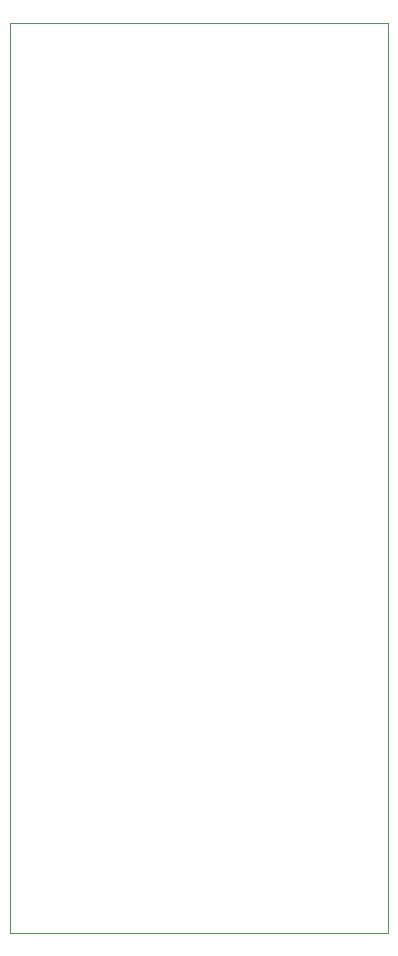
<source format=gm1>
G04 #@! TF.GenerationSoftware,KiCad,Pcbnew,(6.0.1-0)*
G04 #@! TF.CreationDate,2022-02-14T15:17:06-08:00*
G04 #@! TF.ProjectId,lamp,6c616d70-2e6b-4696-9361-645f70636258,rev?*
G04 #@! TF.SameCoordinates,Original*
G04 #@! TF.FileFunction,Profile,NP*
%FSLAX46Y46*%
G04 Gerber Fmt 4.6, Leading zero omitted, Abs format (unit mm)*
G04 Created by KiCad (PCBNEW (6.0.1-0)) date 2022-02-14 15:17:06*
%MOMM*%
%LPD*%
G01*
G04 APERTURE LIST*
G04 #@! TA.AperFunction,Profile*
%ADD10C,0.100000*%
G04 #@! TD*
G04 APERTURE END LIST*
D10*
X166000000Y-122000000D02*
X134000000Y-122000000D01*
X134000000Y-122000000D02*
X134000000Y-45000000D01*
X134000000Y-45000000D02*
X166000000Y-45000000D01*
X166000000Y-45000000D02*
X166000000Y-122000000D01*
M02*

</source>
